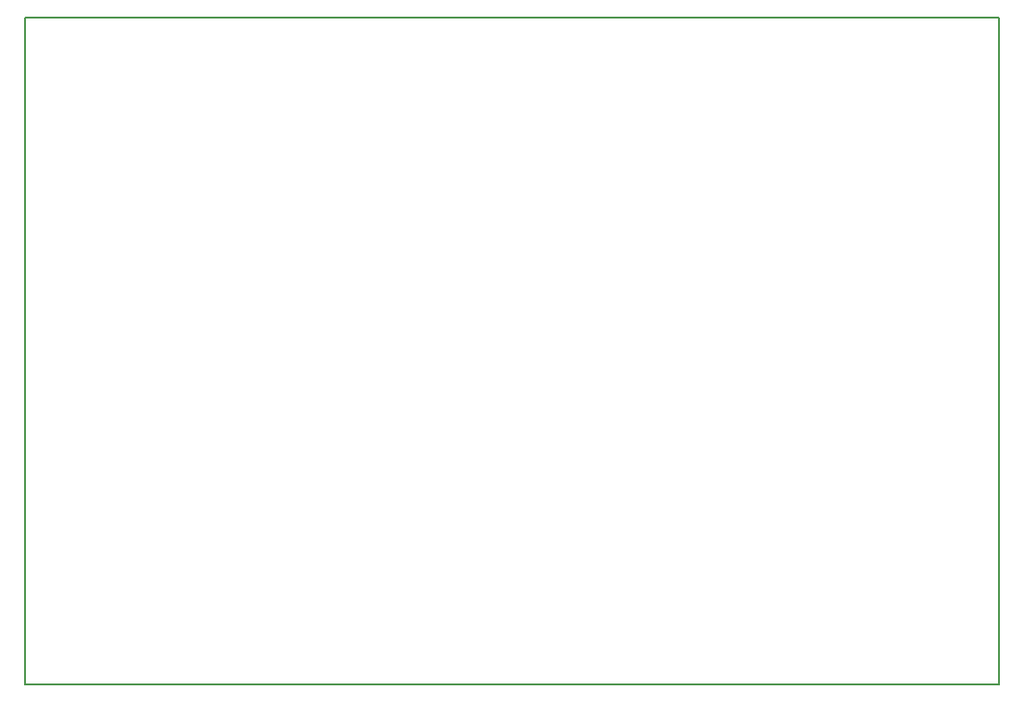
<source format=gm1>
G04 #@! TF.GenerationSoftware,KiCad,Pcbnew,(2017-01-24 revision 0b6147e)-makepkg*
G04 #@! TF.CreationDate,2017-03-21T13:18:51-07:00*
G04 #@! TF.ProjectId,Spartan6Dev,5370617274616E364465762E6B696361,rev?*
G04 #@! TF.FileFunction,Profile,NP*
%FSLAX46Y46*%
G04 Gerber Fmt 4.6, Leading zero omitted, Abs format (unit mm)*
G04 Created by KiCad (PCBNEW (2017-01-24 revision 0b6147e)-makepkg) date 03/21/17 13:18:51*
%MOMM*%
%LPD*%
G01*
G04 APERTURE LIST*
%ADD10C,0.100000*%
%ADD11C,0.150000*%
G04 APERTURE END LIST*
D10*
D11*
X32500000Y-139000000D02*
X32500000Y-78000000D01*
X121500000Y-139000000D02*
X32500000Y-139000000D01*
X121500000Y-78000000D02*
X121500000Y-139000000D01*
X32500000Y-78000000D02*
X121500000Y-78000000D01*
M02*

</source>
